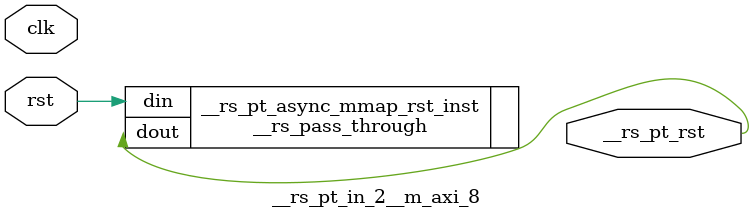
<source format=v>
`timescale 1 ns / 1 ps
/**   Generated by RapidStream   **/
module __rs_pt_in_2__m_axi_8 #(
    parameter BufferSize         = 32,
    parameter BufferSizeLog      = 5,
    parameter AddrWidth          = 64,
    parameter AxiSideAddrWidth   = 64,
    parameter DataWidth          = 512,
    parameter DataWidthBytesLog  = 6,
    parameter WaitTimeWidth      = 4,
    parameter BurstLenWidth      = 8,
    parameter EnableReadChannel  = 1,
    parameter EnableWriteChannel = 1,
    parameter MaxWaitTime        = 3,
    parameter MaxBurstLen        = 15
) (
    output wire __rs_pt_rst,
    input wire  clk,
    input wire  rst
);




__rs_pass_through #(
    .WIDTH (1)
) __rs_pt_async_mmap_rst_inst /**   Generated by RapidStream   **/ (
    .din  (rst),
    .dout (__rs_pt_rst)
);

endmodule  // __rs_pt_in_2__m_axi_8
</source>
